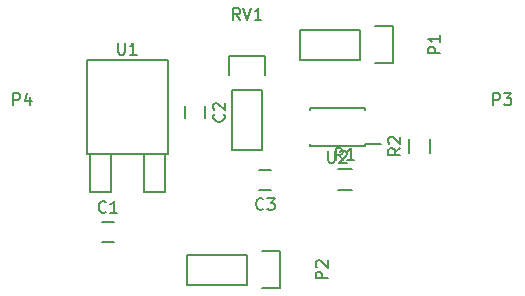
<source format=gto>
G04 #@! TF.FileFunction,Legend,Top*
%FSLAX46Y46*%
G04 Gerber Fmt 4.6, Leading zero omitted, Abs format (unit mm)*
G04 Created by KiCad (PCBNEW 4.0.2-stable) date 5/6/2016 11:18:34 AM*
%MOMM*%
G01*
G04 APERTURE LIST*
%ADD10C,0.100000*%
%ADD11C,0.150000*%
G04 APERTURE END LIST*
D10*
D11*
X174752000Y-93091000D02*
X174752000Y-96266000D01*
X174752000Y-96266000D02*
X176530000Y-96266000D01*
X176530000Y-96266000D02*
X176530000Y-93091000D01*
X170180000Y-93091000D02*
X170180000Y-96266000D01*
X170180000Y-96266000D02*
X171958000Y-96266000D01*
X171958000Y-96266000D02*
X171958000Y-93091000D01*
X176784000Y-86995000D02*
X176784000Y-93091000D01*
X176784000Y-93091000D02*
X169926000Y-93091000D01*
X169926000Y-93091000D02*
X169926000Y-85217000D01*
X169926000Y-85090000D02*
X176784000Y-85090000D01*
X176784000Y-85217000D02*
X176784000Y-86995000D01*
X172220000Y-98845000D02*
X171220000Y-98845000D01*
X171220000Y-100545000D02*
X172220000Y-100545000D01*
X179920000Y-90035000D02*
X179920000Y-89035000D01*
X178220000Y-89035000D02*
X178220000Y-90035000D01*
X184555000Y-96100000D02*
X185555000Y-96100000D01*
X185555000Y-94400000D02*
X184555000Y-94400000D01*
X193040000Y-82550000D02*
X187960000Y-82550000D01*
X187960000Y-82550000D02*
X187960000Y-85090000D01*
X187960000Y-85090000D02*
X193040000Y-85090000D01*
X195860000Y-85370000D02*
X194310000Y-85370000D01*
X193040000Y-85090000D02*
X193040000Y-82550000D01*
X194310000Y-82270000D02*
X195860000Y-82270000D01*
X195860000Y-82270000D02*
X195860000Y-85370000D01*
X183515000Y-101600000D02*
X178435000Y-101600000D01*
X178435000Y-101600000D02*
X178435000Y-104140000D01*
X178435000Y-104140000D02*
X183515000Y-104140000D01*
X186335000Y-104420000D02*
X184785000Y-104420000D01*
X183515000Y-104140000D02*
X183515000Y-101600000D01*
X184785000Y-101320000D02*
X186335000Y-101320000D01*
X186335000Y-101320000D02*
X186335000Y-104420000D01*
X192370000Y-96125000D02*
X191170000Y-96125000D01*
X191170000Y-94375000D02*
X192370000Y-94375000D01*
X198995000Y-91795000D02*
X198995000Y-92995000D01*
X197245000Y-92995000D02*
X197245000Y-91795000D01*
X182245000Y-87630000D02*
X182245000Y-92710000D01*
X182245000Y-92710000D02*
X184785000Y-92710000D01*
X184785000Y-92710000D02*
X184785000Y-87630000D01*
X185065000Y-84810000D02*
X185065000Y-86360000D01*
X184785000Y-87630000D02*
X182245000Y-87630000D01*
X181965000Y-86360000D02*
X181965000Y-84810000D01*
X181965000Y-84810000D02*
X185065000Y-84810000D01*
X193460000Y-92430000D02*
X193460000Y-92230000D01*
X188810000Y-92430000D02*
X188810000Y-92230000D01*
X188810000Y-89180000D02*
X188810000Y-89380000D01*
X193460000Y-89180000D02*
X193460000Y-89380000D01*
X193460000Y-92430000D02*
X188810000Y-92430000D01*
X193460000Y-89180000D02*
X188810000Y-89180000D01*
X193460000Y-92230000D02*
X194810000Y-92230000D01*
X172593095Y-83653381D02*
X172593095Y-84462905D01*
X172640714Y-84558143D01*
X172688333Y-84605762D01*
X172783571Y-84653381D01*
X172974048Y-84653381D01*
X173069286Y-84605762D01*
X173116905Y-84558143D01*
X173164524Y-84462905D01*
X173164524Y-83653381D01*
X174164524Y-84653381D02*
X173593095Y-84653381D01*
X173878809Y-84653381D02*
X173878809Y-83653381D01*
X173783571Y-83796238D01*
X173688333Y-83891476D01*
X173593095Y-83939095D01*
X171553334Y-97952143D02*
X171505715Y-97999762D01*
X171362858Y-98047381D01*
X171267620Y-98047381D01*
X171124762Y-97999762D01*
X171029524Y-97904524D01*
X170981905Y-97809286D01*
X170934286Y-97618810D01*
X170934286Y-97475952D01*
X170981905Y-97285476D01*
X171029524Y-97190238D01*
X171124762Y-97095000D01*
X171267620Y-97047381D01*
X171362858Y-97047381D01*
X171505715Y-97095000D01*
X171553334Y-97142619D01*
X172505715Y-98047381D02*
X171934286Y-98047381D01*
X172220000Y-98047381D02*
X172220000Y-97047381D01*
X172124762Y-97190238D01*
X172029524Y-97285476D01*
X171934286Y-97333095D01*
X181527143Y-89701666D02*
X181574762Y-89749285D01*
X181622381Y-89892142D01*
X181622381Y-89987380D01*
X181574762Y-90130238D01*
X181479524Y-90225476D01*
X181384286Y-90273095D01*
X181193810Y-90320714D01*
X181050952Y-90320714D01*
X180860476Y-90273095D01*
X180765238Y-90225476D01*
X180670000Y-90130238D01*
X180622381Y-89987380D01*
X180622381Y-89892142D01*
X180670000Y-89749285D01*
X180717619Y-89701666D01*
X180717619Y-89320714D02*
X180670000Y-89273095D01*
X180622381Y-89177857D01*
X180622381Y-88939761D01*
X180670000Y-88844523D01*
X180717619Y-88796904D01*
X180812857Y-88749285D01*
X180908095Y-88749285D01*
X181050952Y-88796904D01*
X181622381Y-89368333D01*
X181622381Y-88749285D01*
X184888334Y-97707143D02*
X184840715Y-97754762D01*
X184697858Y-97802381D01*
X184602620Y-97802381D01*
X184459762Y-97754762D01*
X184364524Y-97659524D01*
X184316905Y-97564286D01*
X184269286Y-97373810D01*
X184269286Y-97230952D01*
X184316905Y-97040476D01*
X184364524Y-96945238D01*
X184459762Y-96850000D01*
X184602620Y-96802381D01*
X184697858Y-96802381D01*
X184840715Y-96850000D01*
X184888334Y-96897619D01*
X185221667Y-96802381D02*
X185840715Y-96802381D01*
X185507381Y-97183333D01*
X185650239Y-97183333D01*
X185745477Y-97230952D01*
X185793096Y-97278571D01*
X185840715Y-97373810D01*
X185840715Y-97611905D01*
X185793096Y-97707143D01*
X185745477Y-97754762D01*
X185650239Y-97802381D01*
X185364524Y-97802381D01*
X185269286Y-97754762D01*
X185221667Y-97707143D01*
X199862381Y-84558095D02*
X198862381Y-84558095D01*
X198862381Y-84177142D01*
X198910000Y-84081904D01*
X198957619Y-84034285D01*
X199052857Y-83986666D01*
X199195714Y-83986666D01*
X199290952Y-84034285D01*
X199338571Y-84081904D01*
X199386190Y-84177142D01*
X199386190Y-84558095D01*
X199862381Y-83034285D02*
X199862381Y-83605714D01*
X199862381Y-83320000D02*
X198862381Y-83320000D01*
X199005238Y-83415238D01*
X199100476Y-83510476D01*
X199148095Y-83605714D01*
X190337381Y-103608095D02*
X189337381Y-103608095D01*
X189337381Y-103227142D01*
X189385000Y-103131904D01*
X189432619Y-103084285D01*
X189527857Y-103036666D01*
X189670714Y-103036666D01*
X189765952Y-103084285D01*
X189813571Y-103131904D01*
X189861190Y-103227142D01*
X189861190Y-103608095D01*
X189432619Y-102655714D02*
X189385000Y-102608095D01*
X189337381Y-102512857D01*
X189337381Y-102274761D01*
X189385000Y-102179523D01*
X189432619Y-102131904D01*
X189527857Y-102084285D01*
X189623095Y-102084285D01*
X189765952Y-102131904D01*
X190337381Y-102703333D01*
X190337381Y-102084285D01*
X191603334Y-93602381D02*
X191270000Y-93126190D01*
X191031905Y-93602381D02*
X191031905Y-92602381D01*
X191412858Y-92602381D01*
X191508096Y-92650000D01*
X191555715Y-92697619D01*
X191603334Y-92792857D01*
X191603334Y-92935714D01*
X191555715Y-93030952D01*
X191508096Y-93078571D01*
X191412858Y-93126190D01*
X191031905Y-93126190D01*
X192555715Y-93602381D02*
X191984286Y-93602381D01*
X192270000Y-93602381D02*
X192270000Y-92602381D01*
X192174762Y-92745238D01*
X192079524Y-92840476D01*
X191984286Y-92888095D01*
X196472381Y-92561666D02*
X195996190Y-92895000D01*
X196472381Y-93133095D02*
X195472381Y-93133095D01*
X195472381Y-92752142D01*
X195520000Y-92656904D01*
X195567619Y-92609285D01*
X195662857Y-92561666D01*
X195805714Y-92561666D01*
X195900952Y-92609285D01*
X195948571Y-92656904D01*
X195996190Y-92752142D01*
X195996190Y-93133095D01*
X195567619Y-92180714D02*
X195520000Y-92133095D01*
X195472381Y-92037857D01*
X195472381Y-91799761D01*
X195520000Y-91704523D01*
X195567619Y-91656904D01*
X195662857Y-91609285D01*
X195758095Y-91609285D01*
X195900952Y-91656904D01*
X196472381Y-92228333D01*
X196472381Y-91609285D01*
X182919762Y-81712381D02*
X182586428Y-81236190D01*
X182348333Y-81712381D02*
X182348333Y-80712381D01*
X182729286Y-80712381D01*
X182824524Y-80760000D01*
X182872143Y-80807619D01*
X182919762Y-80902857D01*
X182919762Y-81045714D01*
X182872143Y-81140952D01*
X182824524Y-81188571D01*
X182729286Y-81236190D01*
X182348333Y-81236190D01*
X183205476Y-80712381D02*
X183538809Y-81712381D01*
X183872143Y-80712381D01*
X184729286Y-81712381D02*
X184157857Y-81712381D01*
X184443571Y-81712381D02*
X184443571Y-80712381D01*
X184348333Y-80855238D01*
X184253095Y-80950476D01*
X184157857Y-80998095D01*
X190373095Y-92807381D02*
X190373095Y-93616905D01*
X190420714Y-93712143D01*
X190468333Y-93759762D01*
X190563571Y-93807381D01*
X190754048Y-93807381D01*
X190849286Y-93759762D01*
X190896905Y-93712143D01*
X190944524Y-93616905D01*
X190944524Y-92807381D01*
X191373095Y-92902619D02*
X191420714Y-92855000D01*
X191515952Y-92807381D01*
X191754048Y-92807381D01*
X191849286Y-92855000D01*
X191896905Y-92902619D01*
X191944524Y-92997857D01*
X191944524Y-93093095D01*
X191896905Y-93235952D01*
X191325476Y-93807381D01*
X191944524Y-93807381D01*
X204366905Y-88932381D02*
X204366905Y-87932381D01*
X204747858Y-87932381D01*
X204843096Y-87980000D01*
X204890715Y-88027619D01*
X204938334Y-88122857D01*
X204938334Y-88265714D01*
X204890715Y-88360952D01*
X204843096Y-88408571D01*
X204747858Y-88456190D01*
X204366905Y-88456190D01*
X205271667Y-87932381D02*
X205890715Y-87932381D01*
X205557381Y-88313333D01*
X205700239Y-88313333D01*
X205795477Y-88360952D01*
X205843096Y-88408571D01*
X205890715Y-88503810D01*
X205890715Y-88741905D01*
X205843096Y-88837143D01*
X205795477Y-88884762D01*
X205700239Y-88932381D01*
X205414524Y-88932381D01*
X205319286Y-88884762D01*
X205271667Y-88837143D01*
X163726905Y-88932381D02*
X163726905Y-87932381D01*
X164107858Y-87932381D01*
X164203096Y-87980000D01*
X164250715Y-88027619D01*
X164298334Y-88122857D01*
X164298334Y-88265714D01*
X164250715Y-88360952D01*
X164203096Y-88408571D01*
X164107858Y-88456190D01*
X163726905Y-88456190D01*
X165155477Y-88265714D02*
X165155477Y-88932381D01*
X164917381Y-87884762D02*
X164679286Y-88599048D01*
X165298334Y-88599048D01*
M02*

</source>
